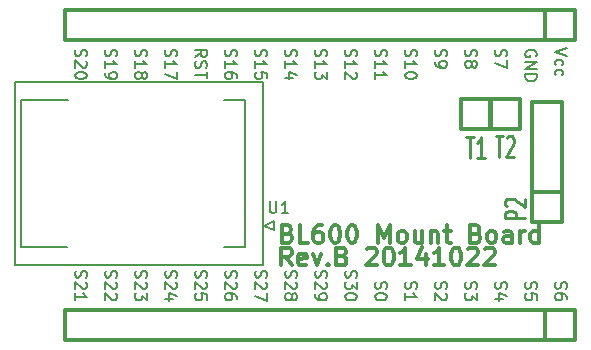
<source format=gto>
%FSLAX46Y46*%
G04 Gerber Fmt 4.6, Leading zero omitted, Abs format (unit mm)*
G04 Created by KiCad (PCBNEW (2014-10-02 BZR 5162)-product) date 2014/10/23 21:02:27*
%MOMM*%
G01*
G04 APERTURE LIST*
%ADD10C,0.150000*%
%ADD11C,0.200000*%
%ADD12C,0.300000*%
%ADD13C,0.304800*%
%ADD14C,0.317500*%
%ADD15C,0.271780*%
G04 APERTURE END LIST*
D10*
D11*
X865238Y5841667D02*
X817619Y5698810D01*
X817619Y5460714D01*
X865238Y5365476D01*
X912857Y5317857D01*
X1008095Y5270238D01*
X1103333Y5270238D01*
X1198571Y5317857D01*
X1246190Y5365476D01*
X1293810Y5460714D01*
X1341429Y5651191D01*
X1389048Y5746429D01*
X1436667Y5794048D01*
X1531905Y5841667D01*
X1627143Y5841667D01*
X1722381Y5794048D01*
X1770000Y5746429D01*
X1817619Y5651191D01*
X1817619Y5413095D01*
X1770000Y5270238D01*
X1722381Y4889286D02*
X1770000Y4841667D01*
X1817619Y4746429D01*
X1817619Y4508333D01*
X1770000Y4413095D01*
X1722381Y4365476D01*
X1627143Y4317857D01*
X1531905Y4317857D01*
X1389048Y4365476D01*
X817619Y4936905D01*
X817619Y4317857D01*
X817619Y3365476D02*
X817619Y3936905D01*
X817619Y3651191D02*
X1817619Y3651191D01*
X1674762Y3746429D01*
X1579524Y3841667D01*
X1531905Y3936905D01*
X3405238Y5841667D02*
X3357619Y5698810D01*
X3357619Y5460714D01*
X3405238Y5365476D01*
X3452857Y5317857D01*
X3548095Y5270238D01*
X3643333Y5270238D01*
X3738571Y5317857D01*
X3786190Y5365476D01*
X3833810Y5460714D01*
X3881429Y5651191D01*
X3929048Y5746429D01*
X3976667Y5794048D01*
X4071905Y5841667D01*
X4167143Y5841667D01*
X4262381Y5794048D01*
X4310000Y5746429D01*
X4357619Y5651191D01*
X4357619Y5413095D01*
X4310000Y5270238D01*
X4262381Y4889286D02*
X4310000Y4841667D01*
X4357619Y4746429D01*
X4357619Y4508333D01*
X4310000Y4413095D01*
X4262381Y4365476D01*
X4167143Y4317857D01*
X4071905Y4317857D01*
X3929048Y4365476D01*
X3357619Y4936905D01*
X3357619Y4317857D01*
X4262381Y3936905D02*
X4310000Y3889286D01*
X4357619Y3794048D01*
X4357619Y3555952D01*
X4310000Y3460714D01*
X4262381Y3413095D01*
X4167143Y3365476D01*
X4071905Y3365476D01*
X3929048Y3413095D01*
X3357619Y3984524D01*
X3357619Y3365476D01*
X5945238Y5841667D02*
X5897619Y5698810D01*
X5897619Y5460714D01*
X5945238Y5365476D01*
X5992857Y5317857D01*
X6088095Y5270238D01*
X6183333Y5270238D01*
X6278571Y5317857D01*
X6326190Y5365476D01*
X6373810Y5460714D01*
X6421429Y5651191D01*
X6469048Y5746429D01*
X6516667Y5794048D01*
X6611905Y5841667D01*
X6707143Y5841667D01*
X6802381Y5794048D01*
X6850000Y5746429D01*
X6897619Y5651191D01*
X6897619Y5413095D01*
X6850000Y5270238D01*
X6802381Y4889286D02*
X6850000Y4841667D01*
X6897619Y4746429D01*
X6897619Y4508333D01*
X6850000Y4413095D01*
X6802381Y4365476D01*
X6707143Y4317857D01*
X6611905Y4317857D01*
X6469048Y4365476D01*
X5897619Y4936905D01*
X5897619Y4317857D01*
X6897619Y3984524D02*
X6897619Y3365476D01*
X6516667Y3698810D01*
X6516667Y3555952D01*
X6469048Y3460714D01*
X6421429Y3413095D01*
X6326190Y3365476D01*
X6088095Y3365476D01*
X5992857Y3413095D01*
X5945238Y3460714D01*
X5897619Y3555952D01*
X5897619Y3841667D01*
X5945238Y3936905D01*
X5992857Y3984524D01*
X8485238Y5841667D02*
X8437619Y5698810D01*
X8437619Y5460714D01*
X8485238Y5365476D01*
X8532857Y5317857D01*
X8628095Y5270238D01*
X8723333Y5270238D01*
X8818571Y5317857D01*
X8866190Y5365476D01*
X8913810Y5460714D01*
X8961429Y5651191D01*
X9009048Y5746429D01*
X9056667Y5794048D01*
X9151905Y5841667D01*
X9247143Y5841667D01*
X9342381Y5794048D01*
X9390000Y5746429D01*
X9437619Y5651191D01*
X9437619Y5413095D01*
X9390000Y5270238D01*
X9342381Y4889286D02*
X9390000Y4841667D01*
X9437619Y4746429D01*
X9437619Y4508333D01*
X9390000Y4413095D01*
X9342381Y4365476D01*
X9247143Y4317857D01*
X9151905Y4317857D01*
X9009048Y4365476D01*
X8437619Y4936905D01*
X8437619Y4317857D01*
X9104286Y3460714D02*
X8437619Y3460714D01*
X9485238Y3698810D02*
X8770952Y3936905D01*
X8770952Y3317857D01*
X11025238Y5841667D02*
X10977619Y5698810D01*
X10977619Y5460714D01*
X11025238Y5365476D01*
X11072857Y5317857D01*
X11168095Y5270238D01*
X11263333Y5270238D01*
X11358571Y5317857D01*
X11406190Y5365476D01*
X11453810Y5460714D01*
X11501429Y5651191D01*
X11549048Y5746429D01*
X11596667Y5794048D01*
X11691905Y5841667D01*
X11787143Y5841667D01*
X11882381Y5794048D01*
X11930000Y5746429D01*
X11977619Y5651191D01*
X11977619Y5413095D01*
X11930000Y5270238D01*
X11882381Y4889286D02*
X11930000Y4841667D01*
X11977619Y4746429D01*
X11977619Y4508333D01*
X11930000Y4413095D01*
X11882381Y4365476D01*
X11787143Y4317857D01*
X11691905Y4317857D01*
X11549048Y4365476D01*
X10977619Y4936905D01*
X10977619Y4317857D01*
X11977619Y3413095D02*
X11977619Y3889286D01*
X11501429Y3936905D01*
X11549048Y3889286D01*
X11596667Y3794048D01*
X11596667Y3555952D01*
X11549048Y3460714D01*
X11501429Y3413095D01*
X11406190Y3365476D01*
X11168095Y3365476D01*
X11072857Y3413095D01*
X11025238Y3460714D01*
X10977619Y3555952D01*
X10977619Y3794048D01*
X11025238Y3889286D01*
X11072857Y3936905D01*
X13565238Y5841667D02*
X13517619Y5698810D01*
X13517619Y5460714D01*
X13565238Y5365476D01*
X13612857Y5317857D01*
X13708095Y5270238D01*
X13803333Y5270238D01*
X13898571Y5317857D01*
X13946190Y5365476D01*
X13993810Y5460714D01*
X14041429Y5651191D01*
X14089048Y5746429D01*
X14136667Y5794048D01*
X14231905Y5841667D01*
X14327143Y5841667D01*
X14422381Y5794048D01*
X14470000Y5746429D01*
X14517619Y5651191D01*
X14517619Y5413095D01*
X14470000Y5270238D01*
X14422381Y4889286D02*
X14470000Y4841667D01*
X14517619Y4746429D01*
X14517619Y4508333D01*
X14470000Y4413095D01*
X14422381Y4365476D01*
X14327143Y4317857D01*
X14231905Y4317857D01*
X14089048Y4365476D01*
X13517619Y4936905D01*
X13517619Y4317857D01*
X14517619Y3460714D02*
X14517619Y3651191D01*
X14470000Y3746429D01*
X14422381Y3794048D01*
X14279524Y3889286D01*
X14089048Y3936905D01*
X13708095Y3936905D01*
X13612857Y3889286D01*
X13565238Y3841667D01*
X13517619Y3746429D01*
X13517619Y3555952D01*
X13565238Y3460714D01*
X13612857Y3413095D01*
X13708095Y3365476D01*
X13946190Y3365476D01*
X14041429Y3413095D01*
X14089048Y3460714D01*
X14136667Y3555952D01*
X14136667Y3746429D01*
X14089048Y3841667D01*
X14041429Y3889286D01*
X13946190Y3936905D01*
X16105238Y5841667D02*
X16057619Y5698810D01*
X16057619Y5460714D01*
X16105238Y5365476D01*
X16152857Y5317857D01*
X16248095Y5270238D01*
X16343333Y5270238D01*
X16438571Y5317857D01*
X16486190Y5365476D01*
X16533810Y5460714D01*
X16581429Y5651191D01*
X16629048Y5746429D01*
X16676667Y5794048D01*
X16771905Y5841667D01*
X16867143Y5841667D01*
X16962381Y5794048D01*
X17010000Y5746429D01*
X17057619Y5651191D01*
X17057619Y5413095D01*
X17010000Y5270238D01*
X16962381Y4889286D02*
X17010000Y4841667D01*
X17057619Y4746429D01*
X17057619Y4508333D01*
X17010000Y4413095D01*
X16962381Y4365476D01*
X16867143Y4317857D01*
X16771905Y4317857D01*
X16629048Y4365476D01*
X16057619Y4936905D01*
X16057619Y4317857D01*
X17057619Y3984524D02*
X17057619Y3317857D01*
X16057619Y3746429D01*
X18645238Y5841667D02*
X18597619Y5698810D01*
X18597619Y5460714D01*
X18645238Y5365476D01*
X18692857Y5317857D01*
X18788095Y5270238D01*
X18883333Y5270238D01*
X18978571Y5317857D01*
X19026190Y5365476D01*
X19073810Y5460714D01*
X19121429Y5651191D01*
X19169048Y5746429D01*
X19216667Y5794048D01*
X19311905Y5841667D01*
X19407143Y5841667D01*
X19502381Y5794048D01*
X19550000Y5746429D01*
X19597619Y5651191D01*
X19597619Y5413095D01*
X19550000Y5270238D01*
X19502381Y4889286D02*
X19550000Y4841667D01*
X19597619Y4746429D01*
X19597619Y4508333D01*
X19550000Y4413095D01*
X19502381Y4365476D01*
X19407143Y4317857D01*
X19311905Y4317857D01*
X19169048Y4365476D01*
X18597619Y4936905D01*
X18597619Y4317857D01*
X19169048Y3746429D02*
X19216667Y3841667D01*
X19264286Y3889286D01*
X19359524Y3936905D01*
X19407143Y3936905D01*
X19502381Y3889286D01*
X19550000Y3841667D01*
X19597619Y3746429D01*
X19597619Y3555952D01*
X19550000Y3460714D01*
X19502381Y3413095D01*
X19407143Y3365476D01*
X19359524Y3365476D01*
X19264286Y3413095D01*
X19216667Y3460714D01*
X19169048Y3555952D01*
X19169048Y3746429D01*
X19121429Y3841667D01*
X19073810Y3889286D01*
X18978571Y3936905D01*
X18788095Y3936905D01*
X18692857Y3889286D01*
X18645238Y3841667D01*
X18597619Y3746429D01*
X18597619Y3555952D01*
X18645238Y3460714D01*
X18692857Y3413095D01*
X18788095Y3365476D01*
X18978571Y3365476D01*
X19073810Y3413095D01*
X19121429Y3460714D01*
X19169048Y3555952D01*
X21185238Y5841667D02*
X21137619Y5698810D01*
X21137619Y5460714D01*
X21185238Y5365476D01*
X21232857Y5317857D01*
X21328095Y5270238D01*
X21423333Y5270238D01*
X21518571Y5317857D01*
X21566190Y5365476D01*
X21613810Y5460714D01*
X21661429Y5651191D01*
X21709048Y5746429D01*
X21756667Y5794048D01*
X21851905Y5841667D01*
X21947143Y5841667D01*
X22042381Y5794048D01*
X22090000Y5746429D01*
X22137619Y5651191D01*
X22137619Y5413095D01*
X22090000Y5270238D01*
X22042381Y4889286D02*
X22090000Y4841667D01*
X22137619Y4746429D01*
X22137619Y4508333D01*
X22090000Y4413095D01*
X22042381Y4365476D01*
X21947143Y4317857D01*
X21851905Y4317857D01*
X21709048Y4365476D01*
X21137619Y4936905D01*
X21137619Y4317857D01*
X21137619Y3841667D02*
X21137619Y3651191D01*
X21185238Y3555952D01*
X21232857Y3508333D01*
X21375714Y3413095D01*
X21566190Y3365476D01*
X21947143Y3365476D01*
X22042381Y3413095D01*
X22090000Y3460714D01*
X22137619Y3555952D01*
X22137619Y3746429D01*
X22090000Y3841667D01*
X22042381Y3889286D01*
X21947143Y3936905D01*
X21709048Y3936905D01*
X21613810Y3889286D01*
X21566190Y3841667D01*
X21518571Y3746429D01*
X21518571Y3555952D01*
X21566190Y3460714D01*
X21613810Y3413095D01*
X21709048Y3365476D01*
X23725238Y5841667D02*
X23677619Y5698810D01*
X23677619Y5460714D01*
X23725238Y5365476D01*
X23772857Y5317857D01*
X23868095Y5270238D01*
X23963333Y5270238D01*
X24058571Y5317857D01*
X24106190Y5365476D01*
X24153810Y5460714D01*
X24201429Y5651191D01*
X24249048Y5746429D01*
X24296667Y5794048D01*
X24391905Y5841667D01*
X24487143Y5841667D01*
X24582381Y5794048D01*
X24630000Y5746429D01*
X24677619Y5651191D01*
X24677619Y5413095D01*
X24630000Y5270238D01*
X24677619Y4936905D02*
X24677619Y4317857D01*
X24296667Y4651191D01*
X24296667Y4508333D01*
X24249048Y4413095D01*
X24201429Y4365476D01*
X24106190Y4317857D01*
X23868095Y4317857D01*
X23772857Y4365476D01*
X23725238Y4413095D01*
X23677619Y4508333D01*
X23677619Y4794048D01*
X23725238Y4889286D01*
X23772857Y4936905D01*
X24677619Y3698810D02*
X24677619Y3603571D01*
X24630000Y3508333D01*
X24582381Y3460714D01*
X24487143Y3413095D01*
X24296667Y3365476D01*
X24058571Y3365476D01*
X23868095Y3413095D01*
X23772857Y3460714D01*
X23725238Y3508333D01*
X23677619Y3603571D01*
X23677619Y3698810D01*
X23725238Y3794048D01*
X23772857Y3841667D01*
X23868095Y3889286D01*
X24058571Y3936905D01*
X24296667Y3936905D01*
X24487143Y3889286D01*
X24582381Y3841667D01*
X24630000Y3794048D01*
X24677619Y3698810D01*
X26265238Y4889286D02*
X26217619Y4746429D01*
X26217619Y4508333D01*
X26265238Y4413095D01*
X26312857Y4365476D01*
X26408095Y4317857D01*
X26503333Y4317857D01*
X26598571Y4365476D01*
X26646190Y4413095D01*
X26693810Y4508333D01*
X26741429Y4698810D01*
X26789048Y4794048D01*
X26836667Y4841667D01*
X26931905Y4889286D01*
X27027143Y4889286D01*
X27122381Y4841667D01*
X27170000Y4794048D01*
X27217619Y4698810D01*
X27217619Y4460714D01*
X27170000Y4317857D01*
X27217619Y3698810D02*
X27217619Y3603571D01*
X27170000Y3508333D01*
X27122381Y3460714D01*
X27027143Y3413095D01*
X26836667Y3365476D01*
X26598571Y3365476D01*
X26408095Y3413095D01*
X26312857Y3460714D01*
X26265238Y3508333D01*
X26217619Y3603571D01*
X26217619Y3698810D01*
X26265238Y3794048D01*
X26312857Y3841667D01*
X26408095Y3889286D01*
X26598571Y3936905D01*
X26836667Y3936905D01*
X27027143Y3889286D01*
X27122381Y3841667D01*
X27170000Y3794048D01*
X27217619Y3698810D01*
X28805238Y4889286D02*
X28757619Y4746429D01*
X28757619Y4508333D01*
X28805238Y4413095D01*
X28852857Y4365476D01*
X28948095Y4317857D01*
X29043333Y4317857D01*
X29138571Y4365476D01*
X29186190Y4413095D01*
X29233810Y4508333D01*
X29281429Y4698810D01*
X29329048Y4794048D01*
X29376667Y4841667D01*
X29471905Y4889286D01*
X29567143Y4889286D01*
X29662381Y4841667D01*
X29710000Y4794048D01*
X29757619Y4698810D01*
X29757619Y4460714D01*
X29710000Y4317857D01*
X28757619Y3365476D02*
X28757619Y3936905D01*
X28757619Y3651191D02*
X29757619Y3651191D01*
X29614762Y3746429D01*
X29519524Y3841667D01*
X29471905Y3936905D01*
X31345238Y4889286D02*
X31297619Y4746429D01*
X31297619Y4508333D01*
X31345238Y4413095D01*
X31392857Y4365476D01*
X31488095Y4317857D01*
X31583333Y4317857D01*
X31678571Y4365476D01*
X31726190Y4413095D01*
X31773810Y4508333D01*
X31821429Y4698810D01*
X31869048Y4794048D01*
X31916667Y4841667D01*
X32011905Y4889286D01*
X32107143Y4889286D01*
X32202381Y4841667D01*
X32250000Y4794048D01*
X32297619Y4698810D01*
X32297619Y4460714D01*
X32250000Y4317857D01*
X32202381Y3936905D02*
X32250000Y3889286D01*
X32297619Y3794048D01*
X32297619Y3555952D01*
X32250000Y3460714D01*
X32202381Y3413095D01*
X32107143Y3365476D01*
X32011905Y3365476D01*
X31869048Y3413095D01*
X31297619Y3984524D01*
X31297619Y3365476D01*
X33885238Y4889286D02*
X33837619Y4746429D01*
X33837619Y4508333D01*
X33885238Y4413095D01*
X33932857Y4365476D01*
X34028095Y4317857D01*
X34123333Y4317857D01*
X34218571Y4365476D01*
X34266190Y4413095D01*
X34313810Y4508333D01*
X34361429Y4698810D01*
X34409048Y4794048D01*
X34456667Y4841667D01*
X34551905Y4889286D01*
X34647143Y4889286D01*
X34742381Y4841667D01*
X34790000Y4794048D01*
X34837619Y4698810D01*
X34837619Y4460714D01*
X34790000Y4317857D01*
X34837619Y3984524D02*
X34837619Y3365476D01*
X34456667Y3698810D01*
X34456667Y3555952D01*
X34409048Y3460714D01*
X34361429Y3413095D01*
X34266190Y3365476D01*
X34028095Y3365476D01*
X33932857Y3413095D01*
X33885238Y3460714D01*
X33837619Y3555952D01*
X33837619Y3841667D01*
X33885238Y3936905D01*
X33932857Y3984524D01*
X36425238Y4889286D02*
X36377619Y4746429D01*
X36377619Y4508333D01*
X36425238Y4413095D01*
X36472857Y4365476D01*
X36568095Y4317857D01*
X36663333Y4317857D01*
X36758571Y4365476D01*
X36806190Y4413095D01*
X36853810Y4508333D01*
X36901429Y4698810D01*
X36949048Y4794048D01*
X36996667Y4841667D01*
X37091905Y4889286D01*
X37187143Y4889286D01*
X37282381Y4841667D01*
X37330000Y4794048D01*
X37377619Y4698810D01*
X37377619Y4460714D01*
X37330000Y4317857D01*
X37044286Y3460714D02*
X36377619Y3460714D01*
X37425238Y3698810D02*
X36710952Y3936905D01*
X36710952Y3317857D01*
X38965238Y4889286D02*
X38917619Y4746429D01*
X38917619Y4508333D01*
X38965238Y4413095D01*
X39012857Y4365476D01*
X39108095Y4317857D01*
X39203333Y4317857D01*
X39298571Y4365476D01*
X39346190Y4413095D01*
X39393810Y4508333D01*
X39441429Y4698810D01*
X39489048Y4794048D01*
X39536667Y4841667D01*
X39631905Y4889286D01*
X39727143Y4889286D01*
X39822381Y4841667D01*
X39870000Y4794048D01*
X39917619Y4698810D01*
X39917619Y4460714D01*
X39870000Y4317857D01*
X39917619Y3413095D02*
X39917619Y3889286D01*
X39441429Y3936905D01*
X39489048Y3889286D01*
X39536667Y3794048D01*
X39536667Y3555952D01*
X39489048Y3460714D01*
X39441429Y3413095D01*
X39346190Y3365476D01*
X39108095Y3365476D01*
X39012857Y3413095D01*
X38965238Y3460714D01*
X38917619Y3555952D01*
X38917619Y3794048D01*
X38965238Y3889286D01*
X39012857Y3936905D01*
X41505238Y4889286D02*
X41457619Y4746429D01*
X41457619Y4508333D01*
X41505238Y4413095D01*
X41552857Y4365476D01*
X41648095Y4317857D01*
X41743333Y4317857D01*
X41838571Y4365476D01*
X41886190Y4413095D01*
X41933810Y4508333D01*
X41981429Y4698810D01*
X42029048Y4794048D01*
X42076667Y4841667D01*
X42171905Y4889286D01*
X42267143Y4889286D01*
X42362381Y4841667D01*
X42410000Y4794048D01*
X42457619Y4698810D01*
X42457619Y4460714D01*
X42410000Y4317857D01*
X42457619Y3460714D02*
X42457619Y3651191D01*
X42410000Y3746429D01*
X42362381Y3794048D01*
X42219524Y3889286D01*
X42029048Y3936905D01*
X41648095Y3936905D01*
X41552857Y3889286D01*
X41505238Y3841667D01*
X41457619Y3746429D01*
X41457619Y3555952D01*
X41505238Y3460714D01*
X41552857Y3413095D01*
X41648095Y3365476D01*
X41886190Y3365476D01*
X41981429Y3413095D01*
X42029048Y3460714D01*
X42076667Y3555952D01*
X42076667Y3746429D01*
X42029048Y3841667D01*
X41981429Y3889286D01*
X41886190Y3936905D01*
X865238Y24574524D02*
X817619Y24431667D01*
X817619Y24193571D01*
X865238Y24098333D01*
X912857Y24050714D01*
X1008095Y24003095D01*
X1103333Y24003095D01*
X1198571Y24050714D01*
X1246190Y24098333D01*
X1293810Y24193571D01*
X1341429Y24384048D01*
X1389048Y24479286D01*
X1436667Y24526905D01*
X1531905Y24574524D01*
X1627143Y24574524D01*
X1722381Y24526905D01*
X1770000Y24479286D01*
X1817619Y24384048D01*
X1817619Y24145952D01*
X1770000Y24003095D01*
X1722381Y23622143D02*
X1770000Y23574524D01*
X1817619Y23479286D01*
X1817619Y23241190D01*
X1770000Y23145952D01*
X1722381Y23098333D01*
X1627143Y23050714D01*
X1531905Y23050714D01*
X1389048Y23098333D01*
X817619Y23669762D01*
X817619Y23050714D01*
X1817619Y22431667D02*
X1817619Y22336428D01*
X1770000Y22241190D01*
X1722381Y22193571D01*
X1627143Y22145952D01*
X1436667Y22098333D01*
X1198571Y22098333D01*
X1008095Y22145952D01*
X912857Y22193571D01*
X865238Y22241190D01*
X817619Y22336428D01*
X817619Y22431667D01*
X865238Y22526905D01*
X912857Y22574524D01*
X1008095Y22622143D01*
X1198571Y22669762D01*
X1436667Y22669762D01*
X1627143Y22622143D01*
X1722381Y22574524D01*
X1770000Y22526905D01*
X1817619Y22431667D01*
X3405238Y24574524D02*
X3357619Y24431667D01*
X3357619Y24193571D01*
X3405238Y24098333D01*
X3452857Y24050714D01*
X3548095Y24003095D01*
X3643333Y24003095D01*
X3738571Y24050714D01*
X3786190Y24098333D01*
X3833810Y24193571D01*
X3881429Y24384048D01*
X3929048Y24479286D01*
X3976667Y24526905D01*
X4071905Y24574524D01*
X4167143Y24574524D01*
X4262381Y24526905D01*
X4310000Y24479286D01*
X4357619Y24384048D01*
X4357619Y24145952D01*
X4310000Y24003095D01*
X3357619Y23050714D02*
X3357619Y23622143D01*
X3357619Y23336429D02*
X4357619Y23336429D01*
X4214762Y23431667D01*
X4119524Y23526905D01*
X4071905Y23622143D01*
X3357619Y22574524D02*
X3357619Y22384048D01*
X3405238Y22288809D01*
X3452857Y22241190D01*
X3595714Y22145952D01*
X3786190Y22098333D01*
X4167143Y22098333D01*
X4262381Y22145952D01*
X4310000Y22193571D01*
X4357619Y22288809D01*
X4357619Y22479286D01*
X4310000Y22574524D01*
X4262381Y22622143D01*
X4167143Y22669762D01*
X3929048Y22669762D01*
X3833810Y22622143D01*
X3786190Y22574524D01*
X3738571Y22479286D01*
X3738571Y22288809D01*
X3786190Y22193571D01*
X3833810Y22145952D01*
X3929048Y22098333D01*
X5945238Y24574524D02*
X5897619Y24431667D01*
X5897619Y24193571D01*
X5945238Y24098333D01*
X5992857Y24050714D01*
X6088095Y24003095D01*
X6183333Y24003095D01*
X6278571Y24050714D01*
X6326190Y24098333D01*
X6373810Y24193571D01*
X6421429Y24384048D01*
X6469048Y24479286D01*
X6516667Y24526905D01*
X6611905Y24574524D01*
X6707143Y24574524D01*
X6802381Y24526905D01*
X6850000Y24479286D01*
X6897619Y24384048D01*
X6897619Y24145952D01*
X6850000Y24003095D01*
X5897619Y23050714D02*
X5897619Y23622143D01*
X5897619Y23336429D02*
X6897619Y23336429D01*
X6754762Y23431667D01*
X6659524Y23526905D01*
X6611905Y23622143D01*
X6469048Y22479286D02*
X6516667Y22574524D01*
X6564286Y22622143D01*
X6659524Y22669762D01*
X6707143Y22669762D01*
X6802381Y22622143D01*
X6850000Y22574524D01*
X6897619Y22479286D01*
X6897619Y22288809D01*
X6850000Y22193571D01*
X6802381Y22145952D01*
X6707143Y22098333D01*
X6659524Y22098333D01*
X6564286Y22145952D01*
X6516667Y22193571D01*
X6469048Y22288809D01*
X6469048Y22479286D01*
X6421429Y22574524D01*
X6373810Y22622143D01*
X6278571Y22669762D01*
X6088095Y22669762D01*
X5992857Y22622143D01*
X5945238Y22574524D01*
X5897619Y22479286D01*
X5897619Y22288809D01*
X5945238Y22193571D01*
X5992857Y22145952D01*
X6088095Y22098333D01*
X6278571Y22098333D01*
X6373810Y22145952D01*
X6421429Y22193571D01*
X6469048Y22288809D01*
X8485238Y24574524D02*
X8437619Y24431667D01*
X8437619Y24193571D01*
X8485238Y24098333D01*
X8532857Y24050714D01*
X8628095Y24003095D01*
X8723333Y24003095D01*
X8818571Y24050714D01*
X8866190Y24098333D01*
X8913810Y24193571D01*
X8961429Y24384048D01*
X9009048Y24479286D01*
X9056667Y24526905D01*
X9151905Y24574524D01*
X9247143Y24574524D01*
X9342381Y24526905D01*
X9390000Y24479286D01*
X9437619Y24384048D01*
X9437619Y24145952D01*
X9390000Y24003095D01*
X8437619Y23050714D02*
X8437619Y23622143D01*
X8437619Y23336429D02*
X9437619Y23336429D01*
X9294762Y23431667D01*
X9199524Y23526905D01*
X9151905Y23622143D01*
X9437619Y22717381D02*
X9437619Y22050714D01*
X8437619Y22479286D01*
X10977619Y23955476D02*
X11453810Y24288810D01*
X10977619Y24526905D02*
X11977619Y24526905D01*
X11977619Y24145952D01*
X11930000Y24050714D01*
X11882381Y24003095D01*
X11787143Y23955476D01*
X11644286Y23955476D01*
X11549048Y24003095D01*
X11501429Y24050714D01*
X11453810Y24145952D01*
X11453810Y24526905D01*
X11025238Y23574524D02*
X10977619Y23431667D01*
X10977619Y23193571D01*
X11025238Y23098333D01*
X11072857Y23050714D01*
X11168095Y23003095D01*
X11263333Y23003095D01*
X11358571Y23050714D01*
X11406190Y23098333D01*
X11453810Y23193571D01*
X11501429Y23384048D01*
X11549048Y23479286D01*
X11596667Y23526905D01*
X11691905Y23574524D01*
X11787143Y23574524D01*
X11882381Y23526905D01*
X11930000Y23479286D01*
X11977619Y23384048D01*
X11977619Y23145952D01*
X11930000Y23003095D01*
X11977619Y22717381D02*
X11977619Y22145952D01*
X10977619Y22431667D02*
X11977619Y22431667D01*
X13565238Y24574524D02*
X13517619Y24431667D01*
X13517619Y24193571D01*
X13565238Y24098333D01*
X13612857Y24050714D01*
X13708095Y24003095D01*
X13803333Y24003095D01*
X13898571Y24050714D01*
X13946190Y24098333D01*
X13993810Y24193571D01*
X14041429Y24384048D01*
X14089048Y24479286D01*
X14136667Y24526905D01*
X14231905Y24574524D01*
X14327143Y24574524D01*
X14422381Y24526905D01*
X14470000Y24479286D01*
X14517619Y24384048D01*
X14517619Y24145952D01*
X14470000Y24003095D01*
X13517619Y23050714D02*
X13517619Y23622143D01*
X13517619Y23336429D02*
X14517619Y23336429D01*
X14374762Y23431667D01*
X14279524Y23526905D01*
X14231905Y23622143D01*
X14517619Y22193571D02*
X14517619Y22384048D01*
X14470000Y22479286D01*
X14422381Y22526905D01*
X14279524Y22622143D01*
X14089048Y22669762D01*
X13708095Y22669762D01*
X13612857Y22622143D01*
X13565238Y22574524D01*
X13517619Y22479286D01*
X13517619Y22288809D01*
X13565238Y22193571D01*
X13612857Y22145952D01*
X13708095Y22098333D01*
X13946190Y22098333D01*
X14041429Y22145952D01*
X14089048Y22193571D01*
X14136667Y22288809D01*
X14136667Y22479286D01*
X14089048Y22574524D01*
X14041429Y22622143D01*
X13946190Y22669762D01*
X16105238Y24574524D02*
X16057619Y24431667D01*
X16057619Y24193571D01*
X16105238Y24098333D01*
X16152857Y24050714D01*
X16248095Y24003095D01*
X16343333Y24003095D01*
X16438571Y24050714D01*
X16486190Y24098333D01*
X16533810Y24193571D01*
X16581429Y24384048D01*
X16629048Y24479286D01*
X16676667Y24526905D01*
X16771905Y24574524D01*
X16867143Y24574524D01*
X16962381Y24526905D01*
X17010000Y24479286D01*
X17057619Y24384048D01*
X17057619Y24145952D01*
X17010000Y24003095D01*
X16057619Y23050714D02*
X16057619Y23622143D01*
X16057619Y23336429D02*
X17057619Y23336429D01*
X16914762Y23431667D01*
X16819524Y23526905D01*
X16771905Y23622143D01*
X17057619Y22145952D02*
X17057619Y22622143D01*
X16581429Y22669762D01*
X16629048Y22622143D01*
X16676667Y22526905D01*
X16676667Y22288809D01*
X16629048Y22193571D01*
X16581429Y22145952D01*
X16486190Y22098333D01*
X16248095Y22098333D01*
X16152857Y22145952D01*
X16105238Y22193571D01*
X16057619Y22288809D01*
X16057619Y22526905D01*
X16105238Y22622143D01*
X16152857Y22669762D01*
X18645238Y24574524D02*
X18597619Y24431667D01*
X18597619Y24193571D01*
X18645238Y24098333D01*
X18692857Y24050714D01*
X18788095Y24003095D01*
X18883333Y24003095D01*
X18978571Y24050714D01*
X19026190Y24098333D01*
X19073810Y24193571D01*
X19121429Y24384048D01*
X19169048Y24479286D01*
X19216667Y24526905D01*
X19311905Y24574524D01*
X19407143Y24574524D01*
X19502381Y24526905D01*
X19550000Y24479286D01*
X19597619Y24384048D01*
X19597619Y24145952D01*
X19550000Y24003095D01*
X18597619Y23050714D02*
X18597619Y23622143D01*
X18597619Y23336429D02*
X19597619Y23336429D01*
X19454762Y23431667D01*
X19359524Y23526905D01*
X19311905Y23622143D01*
X19264286Y22193571D02*
X18597619Y22193571D01*
X19645238Y22431667D02*
X18930952Y22669762D01*
X18930952Y22050714D01*
X21185238Y24574524D02*
X21137619Y24431667D01*
X21137619Y24193571D01*
X21185238Y24098333D01*
X21232857Y24050714D01*
X21328095Y24003095D01*
X21423333Y24003095D01*
X21518571Y24050714D01*
X21566190Y24098333D01*
X21613810Y24193571D01*
X21661429Y24384048D01*
X21709048Y24479286D01*
X21756667Y24526905D01*
X21851905Y24574524D01*
X21947143Y24574524D01*
X22042381Y24526905D01*
X22090000Y24479286D01*
X22137619Y24384048D01*
X22137619Y24145952D01*
X22090000Y24003095D01*
X21137619Y23050714D02*
X21137619Y23622143D01*
X21137619Y23336429D02*
X22137619Y23336429D01*
X21994762Y23431667D01*
X21899524Y23526905D01*
X21851905Y23622143D01*
X22137619Y22717381D02*
X22137619Y22098333D01*
X21756667Y22431667D01*
X21756667Y22288809D01*
X21709048Y22193571D01*
X21661429Y22145952D01*
X21566190Y22098333D01*
X21328095Y22098333D01*
X21232857Y22145952D01*
X21185238Y22193571D01*
X21137619Y22288809D01*
X21137619Y22574524D01*
X21185238Y22669762D01*
X21232857Y22717381D01*
X23725238Y24574524D02*
X23677619Y24431667D01*
X23677619Y24193571D01*
X23725238Y24098333D01*
X23772857Y24050714D01*
X23868095Y24003095D01*
X23963333Y24003095D01*
X24058571Y24050714D01*
X24106190Y24098333D01*
X24153810Y24193571D01*
X24201429Y24384048D01*
X24249048Y24479286D01*
X24296667Y24526905D01*
X24391905Y24574524D01*
X24487143Y24574524D01*
X24582381Y24526905D01*
X24630000Y24479286D01*
X24677619Y24384048D01*
X24677619Y24145952D01*
X24630000Y24003095D01*
X23677619Y23050714D02*
X23677619Y23622143D01*
X23677619Y23336429D02*
X24677619Y23336429D01*
X24534762Y23431667D01*
X24439524Y23526905D01*
X24391905Y23622143D01*
X24582381Y22669762D02*
X24630000Y22622143D01*
X24677619Y22526905D01*
X24677619Y22288809D01*
X24630000Y22193571D01*
X24582381Y22145952D01*
X24487143Y22098333D01*
X24391905Y22098333D01*
X24249048Y22145952D01*
X23677619Y22717381D01*
X23677619Y22098333D01*
X26265238Y24574524D02*
X26217619Y24431667D01*
X26217619Y24193571D01*
X26265238Y24098333D01*
X26312857Y24050714D01*
X26408095Y24003095D01*
X26503333Y24003095D01*
X26598571Y24050714D01*
X26646190Y24098333D01*
X26693810Y24193571D01*
X26741429Y24384048D01*
X26789048Y24479286D01*
X26836667Y24526905D01*
X26931905Y24574524D01*
X27027143Y24574524D01*
X27122381Y24526905D01*
X27170000Y24479286D01*
X27217619Y24384048D01*
X27217619Y24145952D01*
X27170000Y24003095D01*
X26217619Y23050714D02*
X26217619Y23622143D01*
X26217619Y23336429D02*
X27217619Y23336429D01*
X27074762Y23431667D01*
X26979524Y23526905D01*
X26931905Y23622143D01*
X26217619Y22098333D02*
X26217619Y22669762D01*
X26217619Y22384048D02*
X27217619Y22384048D01*
X27074762Y22479286D01*
X26979524Y22574524D01*
X26931905Y22669762D01*
X28805238Y24574524D02*
X28757619Y24431667D01*
X28757619Y24193571D01*
X28805238Y24098333D01*
X28852857Y24050714D01*
X28948095Y24003095D01*
X29043333Y24003095D01*
X29138571Y24050714D01*
X29186190Y24098333D01*
X29233810Y24193571D01*
X29281429Y24384048D01*
X29329048Y24479286D01*
X29376667Y24526905D01*
X29471905Y24574524D01*
X29567143Y24574524D01*
X29662381Y24526905D01*
X29710000Y24479286D01*
X29757619Y24384048D01*
X29757619Y24145952D01*
X29710000Y24003095D01*
X28757619Y23050714D02*
X28757619Y23622143D01*
X28757619Y23336429D02*
X29757619Y23336429D01*
X29614762Y23431667D01*
X29519524Y23526905D01*
X29471905Y23622143D01*
X29757619Y22431667D02*
X29757619Y22336428D01*
X29710000Y22241190D01*
X29662381Y22193571D01*
X29567143Y22145952D01*
X29376667Y22098333D01*
X29138571Y22098333D01*
X28948095Y22145952D01*
X28852857Y22193571D01*
X28805238Y22241190D01*
X28757619Y22336428D01*
X28757619Y22431667D01*
X28805238Y22526905D01*
X28852857Y22574524D01*
X28948095Y22622143D01*
X29138571Y22669762D01*
X29376667Y22669762D01*
X29567143Y22622143D01*
X29662381Y22574524D01*
X29710000Y22526905D01*
X29757619Y22431667D01*
X31345238Y24574524D02*
X31297619Y24431667D01*
X31297619Y24193571D01*
X31345238Y24098333D01*
X31392857Y24050714D01*
X31488095Y24003095D01*
X31583333Y24003095D01*
X31678571Y24050714D01*
X31726190Y24098333D01*
X31773810Y24193571D01*
X31821429Y24384048D01*
X31869048Y24479286D01*
X31916667Y24526905D01*
X32011905Y24574524D01*
X32107143Y24574524D01*
X32202381Y24526905D01*
X32250000Y24479286D01*
X32297619Y24384048D01*
X32297619Y24145952D01*
X32250000Y24003095D01*
X31297619Y23526905D02*
X31297619Y23336429D01*
X31345238Y23241190D01*
X31392857Y23193571D01*
X31535714Y23098333D01*
X31726190Y23050714D01*
X32107143Y23050714D01*
X32202381Y23098333D01*
X32250000Y23145952D01*
X32297619Y23241190D01*
X32297619Y23431667D01*
X32250000Y23526905D01*
X32202381Y23574524D01*
X32107143Y23622143D01*
X31869048Y23622143D01*
X31773810Y23574524D01*
X31726190Y23526905D01*
X31678571Y23431667D01*
X31678571Y23241190D01*
X31726190Y23145952D01*
X31773810Y23098333D01*
X31869048Y23050714D01*
X33885238Y24574524D02*
X33837619Y24431667D01*
X33837619Y24193571D01*
X33885238Y24098333D01*
X33932857Y24050714D01*
X34028095Y24003095D01*
X34123333Y24003095D01*
X34218571Y24050714D01*
X34266190Y24098333D01*
X34313810Y24193571D01*
X34361429Y24384048D01*
X34409048Y24479286D01*
X34456667Y24526905D01*
X34551905Y24574524D01*
X34647143Y24574524D01*
X34742381Y24526905D01*
X34790000Y24479286D01*
X34837619Y24384048D01*
X34837619Y24145952D01*
X34790000Y24003095D01*
X34409048Y23431667D02*
X34456667Y23526905D01*
X34504286Y23574524D01*
X34599524Y23622143D01*
X34647143Y23622143D01*
X34742381Y23574524D01*
X34790000Y23526905D01*
X34837619Y23431667D01*
X34837619Y23241190D01*
X34790000Y23145952D01*
X34742381Y23098333D01*
X34647143Y23050714D01*
X34599524Y23050714D01*
X34504286Y23098333D01*
X34456667Y23145952D01*
X34409048Y23241190D01*
X34409048Y23431667D01*
X34361429Y23526905D01*
X34313810Y23574524D01*
X34218571Y23622143D01*
X34028095Y23622143D01*
X33932857Y23574524D01*
X33885238Y23526905D01*
X33837619Y23431667D01*
X33837619Y23241190D01*
X33885238Y23145952D01*
X33932857Y23098333D01*
X34028095Y23050714D01*
X34218571Y23050714D01*
X34313810Y23098333D01*
X34361429Y23145952D01*
X34409048Y23241190D01*
X36425238Y24574524D02*
X36377619Y24431667D01*
X36377619Y24193571D01*
X36425238Y24098333D01*
X36472857Y24050714D01*
X36568095Y24003095D01*
X36663333Y24003095D01*
X36758571Y24050714D01*
X36806190Y24098333D01*
X36853810Y24193571D01*
X36901429Y24384048D01*
X36949048Y24479286D01*
X36996667Y24526905D01*
X37091905Y24574524D01*
X37187143Y24574524D01*
X37282381Y24526905D01*
X37330000Y24479286D01*
X37377619Y24384048D01*
X37377619Y24145952D01*
X37330000Y24003095D01*
X37377619Y23669762D02*
X37377619Y23003095D01*
X36377619Y23431667D01*
X39870000Y24003095D02*
X39917619Y24098333D01*
X39917619Y24241190D01*
X39870000Y24384048D01*
X39774762Y24479286D01*
X39679524Y24526905D01*
X39489048Y24574524D01*
X39346190Y24574524D01*
X39155714Y24526905D01*
X39060476Y24479286D01*
X38965238Y24384048D01*
X38917619Y24241190D01*
X38917619Y24145952D01*
X38965238Y24003095D01*
X39012857Y23955476D01*
X39346190Y23955476D01*
X39346190Y24145952D01*
X38917619Y23526905D02*
X39917619Y23526905D01*
X38917619Y22955476D01*
X39917619Y22955476D01*
X38917619Y22479286D02*
X39917619Y22479286D01*
X39917619Y22241191D01*
X39870000Y22098333D01*
X39774762Y22003095D01*
X39679524Y21955476D01*
X39489048Y21907857D01*
X39346190Y21907857D01*
X39155714Y21955476D01*
X39060476Y22003095D01*
X38965238Y22098333D01*
X38917619Y22241191D01*
X38917619Y22479286D01*
X42457619Y24669762D02*
X41457619Y24336429D01*
X42457619Y24003095D01*
X41505238Y23241190D02*
X41457619Y23336428D01*
X41457619Y23526905D01*
X41505238Y23622143D01*
X41552857Y23669762D01*
X41648095Y23717381D01*
X41933810Y23717381D01*
X42029048Y23669762D01*
X42076667Y23622143D01*
X42124286Y23526905D01*
X42124286Y23336428D01*
X42076667Y23241190D01*
X41505238Y22384047D02*
X41457619Y22479285D01*
X41457619Y22669762D01*
X41505238Y22765000D01*
X41552857Y22812619D01*
X41648095Y22860238D01*
X41933810Y22860238D01*
X42029048Y22812619D01*
X42076667Y22765000D01*
X42124286Y22669762D01*
X42124286Y22479285D01*
X42076667Y22384047D01*
D12*
X19162145Y6306429D02*
X18662145Y7020714D01*
X18305002Y6306429D02*
X18305002Y7806429D01*
X18876430Y7806429D01*
X19019288Y7735000D01*
X19090716Y7663571D01*
X19162145Y7520714D01*
X19162145Y7306429D01*
X19090716Y7163571D01*
X19019288Y7092143D01*
X18876430Y7020714D01*
X18305002Y7020714D01*
X20376430Y6377857D02*
X20233573Y6306429D01*
X19947859Y6306429D01*
X19805002Y6377857D01*
X19733573Y6520714D01*
X19733573Y7092143D01*
X19805002Y7235000D01*
X19947859Y7306429D01*
X20233573Y7306429D01*
X20376430Y7235000D01*
X20447859Y7092143D01*
X20447859Y6949286D01*
X19733573Y6806429D01*
X20947859Y7306429D02*
X21305002Y6306429D01*
X21662144Y7306429D01*
X22233573Y6449286D02*
X22305001Y6377857D01*
X22233573Y6306429D01*
X22162144Y6377857D01*
X22233573Y6449286D01*
X22233573Y6306429D01*
X23447859Y7092143D02*
X23662145Y7020714D01*
X23733573Y6949286D01*
X23805002Y6806429D01*
X23805002Y6592143D01*
X23733573Y6449286D01*
X23662145Y6377857D01*
X23519287Y6306429D01*
X22947859Y6306429D01*
X22947859Y7806429D01*
X23447859Y7806429D01*
X23590716Y7735000D01*
X23662145Y7663571D01*
X23733573Y7520714D01*
X23733573Y7377857D01*
X23662145Y7235000D01*
X23590716Y7163571D01*
X23447859Y7092143D01*
X22947859Y7092143D01*
X25519287Y7663571D02*
X25590716Y7735000D01*
X25733573Y7806429D01*
X26090716Y7806429D01*
X26233573Y7735000D01*
X26305002Y7663571D01*
X26376430Y7520714D01*
X26376430Y7377857D01*
X26305002Y7163571D01*
X25447859Y6306429D01*
X26376430Y6306429D01*
X27305001Y7806429D02*
X27447858Y7806429D01*
X27590715Y7735000D01*
X27662144Y7663571D01*
X27733573Y7520714D01*
X27805001Y7235000D01*
X27805001Y6877857D01*
X27733573Y6592143D01*
X27662144Y6449286D01*
X27590715Y6377857D01*
X27447858Y6306429D01*
X27305001Y6306429D01*
X27162144Y6377857D01*
X27090715Y6449286D01*
X27019287Y6592143D01*
X26947858Y6877857D01*
X26947858Y7235000D01*
X27019287Y7520714D01*
X27090715Y7663571D01*
X27162144Y7735000D01*
X27305001Y7806429D01*
X29233572Y6306429D02*
X28376429Y6306429D01*
X28805001Y6306429D02*
X28805001Y7806429D01*
X28662144Y7592143D01*
X28519286Y7449286D01*
X28376429Y7377857D01*
X30519286Y7306429D02*
X30519286Y6306429D01*
X30162143Y7877857D02*
X29805000Y6806429D01*
X30733572Y6806429D01*
X32090714Y6306429D02*
X31233571Y6306429D01*
X31662143Y6306429D02*
X31662143Y7806429D01*
X31519286Y7592143D01*
X31376428Y7449286D01*
X31233571Y7377857D01*
X33019285Y7806429D02*
X33162142Y7806429D01*
X33304999Y7735000D01*
X33376428Y7663571D01*
X33447857Y7520714D01*
X33519285Y7235000D01*
X33519285Y6877857D01*
X33447857Y6592143D01*
X33376428Y6449286D01*
X33304999Y6377857D01*
X33162142Y6306429D01*
X33019285Y6306429D01*
X32876428Y6377857D01*
X32804999Y6449286D01*
X32733571Y6592143D01*
X32662142Y6877857D01*
X32662142Y7235000D01*
X32733571Y7520714D01*
X32804999Y7663571D01*
X32876428Y7735000D01*
X33019285Y7806429D01*
X34090713Y7663571D02*
X34162142Y7735000D01*
X34304999Y7806429D01*
X34662142Y7806429D01*
X34804999Y7735000D01*
X34876428Y7663571D01*
X34947856Y7520714D01*
X34947856Y7377857D01*
X34876428Y7163571D01*
X34019285Y6306429D01*
X34947856Y6306429D01*
X35519284Y7663571D02*
X35590713Y7735000D01*
X35733570Y7806429D01*
X36090713Y7806429D01*
X36233570Y7735000D01*
X36304999Y7663571D01*
X36376427Y7520714D01*
X36376427Y7377857D01*
X36304999Y7163571D01*
X35447856Y6306429D01*
X36376427Y6306429D01*
X18852858Y8997143D02*
X19067144Y8925714D01*
X19138572Y8854286D01*
X19210001Y8711429D01*
X19210001Y8497143D01*
X19138572Y8354286D01*
X19067144Y8282857D01*
X18924286Y8211429D01*
X18352858Y8211429D01*
X18352858Y9711429D01*
X18852858Y9711429D01*
X18995715Y9640000D01*
X19067144Y9568571D01*
X19138572Y9425714D01*
X19138572Y9282857D01*
X19067144Y9140000D01*
X18995715Y9068571D01*
X18852858Y8997143D01*
X18352858Y8997143D01*
X20567144Y8211429D02*
X19852858Y8211429D01*
X19852858Y9711429D01*
X21710001Y9711429D02*
X21424287Y9711429D01*
X21281430Y9640000D01*
X21210001Y9568571D01*
X21067144Y9354286D01*
X20995715Y9068571D01*
X20995715Y8497143D01*
X21067144Y8354286D01*
X21138572Y8282857D01*
X21281430Y8211429D01*
X21567144Y8211429D01*
X21710001Y8282857D01*
X21781430Y8354286D01*
X21852858Y8497143D01*
X21852858Y8854286D01*
X21781430Y8997143D01*
X21710001Y9068571D01*
X21567144Y9140000D01*
X21281430Y9140000D01*
X21138572Y9068571D01*
X21067144Y8997143D01*
X20995715Y8854286D01*
X22781429Y9711429D02*
X22924286Y9711429D01*
X23067143Y9640000D01*
X23138572Y9568571D01*
X23210001Y9425714D01*
X23281429Y9140000D01*
X23281429Y8782857D01*
X23210001Y8497143D01*
X23138572Y8354286D01*
X23067143Y8282857D01*
X22924286Y8211429D01*
X22781429Y8211429D01*
X22638572Y8282857D01*
X22567143Y8354286D01*
X22495715Y8497143D01*
X22424286Y8782857D01*
X22424286Y9140000D01*
X22495715Y9425714D01*
X22567143Y9568571D01*
X22638572Y9640000D01*
X22781429Y9711429D01*
X24210000Y9711429D02*
X24352857Y9711429D01*
X24495714Y9640000D01*
X24567143Y9568571D01*
X24638572Y9425714D01*
X24710000Y9140000D01*
X24710000Y8782857D01*
X24638572Y8497143D01*
X24567143Y8354286D01*
X24495714Y8282857D01*
X24352857Y8211429D01*
X24210000Y8211429D01*
X24067143Y8282857D01*
X23995714Y8354286D01*
X23924286Y8497143D01*
X23852857Y8782857D01*
X23852857Y9140000D01*
X23924286Y9425714D01*
X23995714Y9568571D01*
X24067143Y9640000D01*
X24210000Y9711429D01*
X26495714Y8211429D02*
X26495714Y9711429D01*
X26995714Y8640000D01*
X27495714Y9711429D01*
X27495714Y8211429D01*
X28424286Y8211429D02*
X28281428Y8282857D01*
X28210000Y8354286D01*
X28138571Y8497143D01*
X28138571Y8925714D01*
X28210000Y9068571D01*
X28281428Y9140000D01*
X28424286Y9211429D01*
X28638571Y9211429D01*
X28781428Y9140000D01*
X28852857Y9068571D01*
X28924286Y8925714D01*
X28924286Y8497143D01*
X28852857Y8354286D01*
X28781428Y8282857D01*
X28638571Y8211429D01*
X28424286Y8211429D01*
X30210000Y9211429D02*
X30210000Y8211429D01*
X29567143Y9211429D02*
X29567143Y8425714D01*
X29638571Y8282857D01*
X29781429Y8211429D01*
X29995714Y8211429D01*
X30138571Y8282857D01*
X30210000Y8354286D01*
X30924286Y9211429D02*
X30924286Y8211429D01*
X30924286Y9068571D02*
X30995714Y9140000D01*
X31138572Y9211429D01*
X31352857Y9211429D01*
X31495714Y9140000D01*
X31567143Y8997143D01*
X31567143Y8211429D01*
X32067143Y9211429D02*
X32638572Y9211429D01*
X32281429Y9711429D02*
X32281429Y8425714D01*
X32352857Y8282857D01*
X32495715Y8211429D01*
X32638572Y8211429D01*
X34781429Y8997143D02*
X34995715Y8925714D01*
X35067143Y8854286D01*
X35138572Y8711429D01*
X35138572Y8497143D01*
X35067143Y8354286D01*
X34995715Y8282857D01*
X34852857Y8211429D01*
X34281429Y8211429D01*
X34281429Y9711429D01*
X34781429Y9711429D01*
X34924286Y9640000D01*
X34995715Y9568571D01*
X35067143Y9425714D01*
X35067143Y9282857D01*
X34995715Y9140000D01*
X34924286Y9068571D01*
X34781429Y8997143D01*
X34281429Y8997143D01*
X35995715Y8211429D02*
X35852857Y8282857D01*
X35781429Y8354286D01*
X35710000Y8497143D01*
X35710000Y8925714D01*
X35781429Y9068571D01*
X35852857Y9140000D01*
X35995715Y9211429D01*
X36210000Y9211429D01*
X36352857Y9140000D01*
X36424286Y9068571D01*
X36495715Y8925714D01*
X36495715Y8497143D01*
X36424286Y8354286D01*
X36352857Y8282857D01*
X36210000Y8211429D01*
X35995715Y8211429D01*
X37781429Y8211429D02*
X37781429Y8997143D01*
X37710000Y9140000D01*
X37567143Y9211429D01*
X37281429Y9211429D01*
X37138572Y9140000D01*
X37781429Y8282857D02*
X37638572Y8211429D01*
X37281429Y8211429D01*
X37138572Y8282857D01*
X37067143Y8425714D01*
X37067143Y8568571D01*
X37138572Y8711429D01*
X37281429Y8782857D01*
X37638572Y8782857D01*
X37781429Y8854286D01*
X38495715Y8211429D02*
X38495715Y9211429D01*
X38495715Y8925714D02*
X38567143Y9068571D01*
X38638572Y9140000D01*
X38781429Y9211429D01*
X38924286Y9211429D01*
X40067143Y8211429D02*
X40067143Y9711429D01*
X40067143Y8282857D02*
X39924286Y8211429D01*
X39638572Y8211429D01*
X39495714Y8282857D01*
X39424286Y8354286D01*
X39352857Y8497143D01*
X39352857Y8925714D01*
X39424286Y9068571D01*
X39495714Y9140000D01*
X39638572Y9211429D01*
X39924286Y9211429D01*
X40067143Y9140000D01*
D13*
X43180000Y25400000D02*
X0Y25400000D01*
X0Y25400000D02*
X0Y27940000D01*
X0Y27940000D02*
X43180000Y27940000D01*
X43180000Y27940000D02*
X43180000Y25400000D01*
X40640000Y25400000D02*
X40640000Y27940000D01*
X39500000Y10010000D02*
X39500000Y10010000D01*
X42040000Y10010000D02*
X39500000Y10010000D01*
X39500000Y10010000D02*
X39500000Y10010000D01*
X39500000Y10010000D02*
X39500000Y20170000D01*
X39500000Y20170000D02*
X42040000Y20170000D01*
X42040000Y20170000D02*
X42040000Y10010000D01*
X42040000Y12550000D02*
X39500000Y12550000D01*
X43180000Y0D02*
X0Y0D01*
X0Y0D02*
X0Y2540000D01*
X0Y2540000D02*
X43180000Y2540000D01*
X43180000Y2540000D02*
X43180000Y0D01*
X40640000Y0D02*
X40640000Y2540000D01*
D14*
X33500000Y17820000D02*
X36040000Y17820000D01*
X33500000Y20360000D02*
X36040000Y20360000D01*
D13*
X33500000Y17820000D02*
X33500000Y20360000D01*
X36040000Y20360000D02*
X36040000Y17820000D01*
D14*
X36000000Y17820000D02*
X38540000Y17820000D01*
X36000000Y20360000D02*
X38540000Y20360000D01*
D13*
X36000000Y17820000D02*
X36000000Y20360000D01*
X38540000Y20360000D02*
X38540000Y17820000D01*
D10*
X240000Y20320000D02*
X-3760000Y20320000D01*
X-3760000Y20320000D02*
X-3760000Y7820000D01*
X-3760000Y7820000D02*
X140000Y7820000D01*
X15240000Y7820000D02*
X15240000Y20320000D01*
X15240000Y20320000D02*
X13440000Y20320000D01*
X15240000Y7820000D02*
X13440000Y7820000D01*
X16840000Y9670000D02*
X17640000Y10070000D01*
X17640000Y10070000D02*
X17640000Y9270000D01*
X17640000Y9270000D02*
X16840000Y9670000D01*
X16740000Y6320000D02*
X-4260000Y6320000D01*
X-4260000Y6320000D02*
X-4260000Y21820000D01*
X-4260000Y21820000D02*
X16740000Y21820000D01*
X16740000Y21820000D02*
X16740000Y6320000D01*
D15*
X38954800Y10287602D02*
X37219980Y10287602D01*
X37219980Y10701743D01*
X37302590Y10805278D01*
X37385200Y10857046D01*
X37550421Y10908814D01*
X37798253Y10908814D01*
X37963474Y10857046D01*
X38046084Y10805278D01*
X38128695Y10701743D01*
X38128695Y10287602D01*
X37385200Y11322954D02*
X37302590Y11374722D01*
X37219980Y11478257D01*
X37219980Y11737095D01*
X37302590Y11840631D01*
X37385200Y11892398D01*
X37550421Y11944166D01*
X37715642Y11944166D01*
X37963474Y11892398D01*
X38954800Y11271187D01*
X38954800Y11944166D01*
D13*
D15*
X33941718Y17137239D02*
X34562930Y17137239D01*
X34252324Y15407499D02*
X34252324Y17137239D01*
X35494747Y15407499D02*
X34873535Y15407499D01*
X35184141Y15407499D02*
X35184141Y17137239D01*
X35080606Y16890133D01*
X34977071Y16725396D01*
X34873535Y16643027D01*
X36441718Y17237239D02*
X37062930Y17237239D01*
X36752324Y15507499D02*
X36752324Y17237239D01*
X37373535Y17072501D02*
X37425303Y17154870D01*
X37528838Y17237239D01*
X37787676Y17237239D01*
X37891212Y17154870D01*
X37942979Y17072501D01*
X37994747Y16907764D01*
X37994747Y16743027D01*
X37942979Y16495921D01*
X37321768Y15507499D01*
X37994747Y15507499D01*
D10*
X17308095Y11737619D02*
X17308095Y10928095D01*
X17355714Y10832857D01*
X17403333Y10785238D01*
X17498571Y10737619D01*
X17689048Y10737619D01*
X17784286Y10785238D01*
X17831905Y10832857D01*
X17879524Y10928095D01*
X17879524Y11737619D01*
X18879524Y10737619D02*
X18308095Y10737619D01*
X18593809Y10737619D02*
X18593809Y11737619D01*
X18498571Y11594762D01*
X18403333Y11499524D01*
X18308095Y11451905D01*
M02*

</source>
